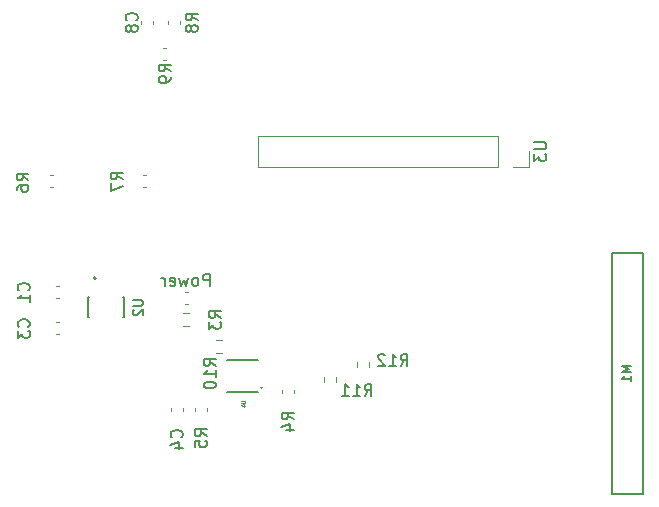
<source format=gbr>
%TF.GenerationSoftware,KiCad,Pcbnew,9.0.0*%
%TF.CreationDate,2025-11-19T13:49:17-06:00*%
%TF.ProjectId,FiltSure Prototype Three,46696c74-5375-4726-9520-50726f746f74,rev?*%
%TF.SameCoordinates,Original*%
%TF.FileFunction,Legend,Bot*%
%TF.FilePolarity,Positive*%
%FSLAX46Y46*%
G04 Gerber Fmt 4.6, Leading zero omitted, Abs format (unit mm)*
G04 Created by KiCad (PCBNEW 9.0.0) date 2025-11-19 13:49:17*
%MOMM*%
%LPD*%
G01*
G04 APERTURE LIST*
%ADD10C,0.150000*%
%ADD11C,0.080430*%
%ADD12C,0.120000*%
%ADD13C,0.127000*%
%ADD14C,0.200000*%
%ADD15C,0.203200*%
G04 APERTURE END LIST*
D10*
X128987392Y-103396419D02*
X129320725Y-102920228D01*
X129558820Y-103396419D02*
X129558820Y-102396419D01*
X129558820Y-102396419D02*
X129177868Y-102396419D01*
X129177868Y-102396419D02*
X129082630Y-102444038D01*
X129082630Y-102444038D02*
X129035011Y-102491657D01*
X129035011Y-102491657D02*
X128987392Y-102586895D01*
X128987392Y-102586895D02*
X128987392Y-102729752D01*
X128987392Y-102729752D02*
X129035011Y-102824990D01*
X129035011Y-102824990D02*
X129082630Y-102872609D01*
X129082630Y-102872609D02*
X129177868Y-102920228D01*
X129177868Y-102920228D02*
X129558820Y-102920228D01*
X128035011Y-103396419D02*
X128606439Y-103396419D01*
X128320725Y-103396419D02*
X128320725Y-102396419D01*
X128320725Y-102396419D02*
X128415963Y-102539276D01*
X128415963Y-102539276D02*
X128511201Y-102634514D01*
X128511201Y-102634514D02*
X128606439Y-102682133D01*
X127082630Y-103396419D02*
X127654058Y-103396419D01*
X127368344Y-103396419D02*
X127368344Y-102396419D01*
X127368344Y-102396419D02*
X127463582Y-102539276D01*
X127463582Y-102539276D02*
X127558820Y-102634514D01*
X127558820Y-102634514D02*
X127654058Y-102682133D01*
X132035392Y-100856419D02*
X132368725Y-100380228D01*
X132606820Y-100856419D02*
X132606820Y-99856419D01*
X132606820Y-99856419D02*
X132225868Y-99856419D01*
X132225868Y-99856419D02*
X132130630Y-99904038D01*
X132130630Y-99904038D02*
X132083011Y-99951657D01*
X132083011Y-99951657D02*
X132035392Y-100046895D01*
X132035392Y-100046895D02*
X132035392Y-100189752D01*
X132035392Y-100189752D02*
X132083011Y-100284990D01*
X132083011Y-100284990D02*
X132130630Y-100332609D01*
X132130630Y-100332609D02*
X132225868Y-100380228D01*
X132225868Y-100380228D02*
X132606820Y-100380228D01*
X131083011Y-100856419D02*
X131654439Y-100856419D01*
X131368725Y-100856419D02*
X131368725Y-99856419D01*
X131368725Y-99856419D02*
X131463963Y-99999276D01*
X131463963Y-99999276D02*
X131559201Y-100094514D01*
X131559201Y-100094514D02*
X131654439Y-100142133D01*
X130702058Y-99951657D02*
X130654439Y-99904038D01*
X130654439Y-99904038D02*
X130559201Y-99856419D01*
X130559201Y-99856419D02*
X130321106Y-99856419D01*
X130321106Y-99856419D02*
X130225868Y-99904038D01*
X130225868Y-99904038D02*
X130178249Y-99951657D01*
X130178249Y-99951657D02*
X130130630Y-100046895D01*
X130130630Y-100046895D02*
X130130630Y-100142133D01*
X130130630Y-100142133D02*
X130178249Y-100284990D01*
X130178249Y-100284990D02*
X130749677Y-100856419D01*
X130749677Y-100856419D02*
X130130630Y-100856419D01*
X112570419Y-75927933D02*
X112094228Y-75594600D01*
X112570419Y-75356505D02*
X111570419Y-75356505D01*
X111570419Y-75356505D02*
X111570419Y-75737457D01*
X111570419Y-75737457D02*
X111618038Y-75832695D01*
X111618038Y-75832695D02*
X111665657Y-75880314D01*
X111665657Y-75880314D02*
X111760895Y-75927933D01*
X111760895Y-75927933D02*
X111903752Y-75927933D01*
X111903752Y-75927933D02*
X111998990Y-75880314D01*
X111998990Y-75880314D02*
X112046609Y-75832695D01*
X112046609Y-75832695D02*
X112094228Y-75737457D01*
X112094228Y-75737457D02*
X112094228Y-75356505D01*
X112570419Y-76404124D02*
X112570419Y-76594600D01*
X112570419Y-76594600D02*
X112522800Y-76689838D01*
X112522800Y-76689838D02*
X112475180Y-76737457D01*
X112475180Y-76737457D02*
X112332323Y-76832695D01*
X112332323Y-76832695D02*
X112141847Y-76880314D01*
X112141847Y-76880314D02*
X111760895Y-76880314D01*
X111760895Y-76880314D02*
X111665657Y-76832695D01*
X111665657Y-76832695D02*
X111618038Y-76785076D01*
X111618038Y-76785076D02*
X111570419Y-76689838D01*
X111570419Y-76689838D02*
X111570419Y-76499362D01*
X111570419Y-76499362D02*
X111618038Y-76404124D01*
X111618038Y-76404124D02*
X111665657Y-76356505D01*
X111665657Y-76356505D02*
X111760895Y-76308886D01*
X111760895Y-76308886D02*
X111998990Y-76308886D01*
X111998990Y-76308886D02*
X112094228Y-76356505D01*
X112094228Y-76356505D02*
X112141847Y-76404124D01*
X112141847Y-76404124D02*
X112189466Y-76499362D01*
X112189466Y-76499362D02*
X112189466Y-76689838D01*
X112189466Y-76689838D02*
X112141847Y-76785076D01*
X112141847Y-76785076D02*
X112094228Y-76832695D01*
X112094228Y-76832695D02*
X111998990Y-76880314D01*
X114856419Y-71609933D02*
X114380228Y-71276600D01*
X114856419Y-71038505D02*
X113856419Y-71038505D01*
X113856419Y-71038505D02*
X113856419Y-71419457D01*
X113856419Y-71419457D02*
X113904038Y-71514695D01*
X113904038Y-71514695D02*
X113951657Y-71562314D01*
X113951657Y-71562314D02*
X114046895Y-71609933D01*
X114046895Y-71609933D02*
X114189752Y-71609933D01*
X114189752Y-71609933D02*
X114284990Y-71562314D01*
X114284990Y-71562314D02*
X114332609Y-71514695D01*
X114332609Y-71514695D02*
X114380228Y-71419457D01*
X114380228Y-71419457D02*
X114380228Y-71038505D01*
X114284990Y-72181362D02*
X114237371Y-72086124D01*
X114237371Y-72086124D02*
X114189752Y-72038505D01*
X114189752Y-72038505D02*
X114094514Y-71990886D01*
X114094514Y-71990886D02*
X114046895Y-71990886D01*
X114046895Y-71990886D02*
X113951657Y-72038505D01*
X113951657Y-72038505D02*
X113904038Y-72086124D01*
X113904038Y-72086124D02*
X113856419Y-72181362D01*
X113856419Y-72181362D02*
X113856419Y-72371838D01*
X113856419Y-72371838D02*
X113904038Y-72467076D01*
X113904038Y-72467076D02*
X113951657Y-72514695D01*
X113951657Y-72514695D02*
X114046895Y-72562314D01*
X114046895Y-72562314D02*
X114094514Y-72562314D01*
X114094514Y-72562314D02*
X114189752Y-72514695D01*
X114189752Y-72514695D02*
X114237371Y-72467076D01*
X114237371Y-72467076D02*
X114284990Y-72371838D01*
X114284990Y-72371838D02*
X114284990Y-72181362D01*
X114284990Y-72181362D02*
X114332609Y-72086124D01*
X114332609Y-72086124D02*
X114380228Y-72038505D01*
X114380228Y-72038505D02*
X114475466Y-71990886D01*
X114475466Y-71990886D02*
X114665942Y-71990886D01*
X114665942Y-71990886D02*
X114761180Y-72038505D01*
X114761180Y-72038505D02*
X114808800Y-72086124D01*
X114808800Y-72086124D02*
X114856419Y-72181362D01*
X114856419Y-72181362D02*
X114856419Y-72371838D01*
X114856419Y-72371838D02*
X114808800Y-72467076D01*
X114808800Y-72467076D02*
X114761180Y-72514695D01*
X114761180Y-72514695D02*
X114665942Y-72562314D01*
X114665942Y-72562314D02*
X114475466Y-72562314D01*
X114475466Y-72562314D02*
X114380228Y-72514695D01*
X114380228Y-72514695D02*
X114332609Y-72467076D01*
X114332609Y-72467076D02*
X114284990Y-72371838D01*
X109681180Y-71609933D02*
X109728800Y-71562314D01*
X109728800Y-71562314D02*
X109776419Y-71419457D01*
X109776419Y-71419457D02*
X109776419Y-71324219D01*
X109776419Y-71324219D02*
X109728800Y-71181362D01*
X109728800Y-71181362D02*
X109633561Y-71086124D01*
X109633561Y-71086124D02*
X109538323Y-71038505D01*
X109538323Y-71038505D02*
X109347847Y-70990886D01*
X109347847Y-70990886D02*
X109204990Y-70990886D01*
X109204990Y-70990886D02*
X109014514Y-71038505D01*
X109014514Y-71038505D02*
X108919276Y-71086124D01*
X108919276Y-71086124D02*
X108824038Y-71181362D01*
X108824038Y-71181362D02*
X108776419Y-71324219D01*
X108776419Y-71324219D02*
X108776419Y-71419457D01*
X108776419Y-71419457D02*
X108824038Y-71562314D01*
X108824038Y-71562314D02*
X108871657Y-71609933D01*
X109204990Y-72181362D02*
X109157371Y-72086124D01*
X109157371Y-72086124D02*
X109109752Y-72038505D01*
X109109752Y-72038505D02*
X109014514Y-71990886D01*
X109014514Y-71990886D02*
X108966895Y-71990886D01*
X108966895Y-71990886D02*
X108871657Y-72038505D01*
X108871657Y-72038505D02*
X108824038Y-72086124D01*
X108824038Y-72086124D02*
X108776419Y-72181362D01*
X108776419Y-72181362D02*
X108776419Y-72371838D01*
X108776419Y-72371838D02*
X108824038Y-72467076D01*
X108824038Y-72467076D02*
X108871657Y-72514695D01*
X108871657Y-72514695D02*
X108966895Y-72562314D01*
X108966895Y-72562314D02*
X109014514Y-72562314D01*
X109014514Y-72562314D02*
X109109752Y-72514695D01*
X109109752Y-72514695D02*
X109157371Y-72467076D01*
X109157371Y-72467076D02*
X109204990Y-72371838D01*
X109204990Y-72371838D02*
X109204990Y-72181362D01*
X109204990Y-72181362D02*
X109252609Y-72086124D01*
X109252609Y-72086124D02*
X109300228Y-72038505D01*
X109300228Y-72038505D02*
X109395466Y-71990886D01*
X109395466Y-71990886D02*
X109585942Y-71990886D01*
X109585942Y-71990886D02*
X109681180Y-72038505D01*
X109681180Y-72038505D02*
X109728800Y-72086124D01*
X109728800Y-72086124D02*
X109776419Y-72181362D01*
X109776419Y-72181362D02*
X109776419Y-72371838D01*
X109776419Y-72371838D02*
X109728800Y-72467076D01*
X109728800Y-72467076D02*
X109681180Y-72514695D01*
X109681180Y-72514695D02*
X109585942Y-72562314D01*
X109585942Y-72562314D02*
X109395466Y-72562314D01*
X109395466Y-72562314D02*
X109300228Y-72514695D01*
X109300228Y-72514695D02*
X109252609Y-72467076D01*
X109252609Y-72467076D02*
X109204990Y-72371838D01*
X100530819Y-85148133D02*
X100054628Y-84814800D01*
X100530819Y-84576705D02*
X99530819Y-84576705D01*
X99530819Y-84576705D02*
X99530819Y-84957657D01*
X99530819Y-84957657D02*
X99578438Y-85052895D01*
X99578438Y-85052895D02*
X99626057Y-85100514D01*
X99626057Y-85100514D02*
X99721295Y-85148133D01*
X99721295Y-85148133D02*
X99864152Y-85148133D01*
X99864152Y-85148133D02*
X99959390Y-85100514D01*
X99959390Y-85100514D02*
X100007009Y-85052895D01*
X100007009Y-85052895D02*
X100054628Y-84957657D01*
X100054628Y-84957657D02*
X100054628Y-84576705D01*
X99530819Y-86005276D02*
X99530819Y-85814800D01*
X99530819Y-85814800D02*
X99578438Y-85719562D01*
X99578438Y-85719562D02*
X99626057Y-85671943D01*
X99626057Y-85671943D02*
X99768914Y-85576705D01*
X99768914Y-85576705D02*
X99959390Y-85529086D01*
X99959390Y-85529086D02*
X100340342Y-85529086D01*
X100340342Y-85529086D02*
X100435580Y-85576705D01*
X100435580Y-85576705D02*
X100483200Y-85624324D01*
X100483200Y-85624324D02*
X100530819Y-85719562D01*
X100530819Y-85719562D02*
X100530819Y-85910038D01*
X100530819Y-85910038D02*
X100483200Y-86005276D01*
X100483200Y-86005276D02*
X100435580Y-86052895D01*
X100435580Y-86052895D02*
X100340342Y-86100514D01*
X100340342Y-86100514D02*
X100102247Y-86100514D01*
X100102247Y-86100514D02*
X100007009Y-86052895D01*
X100007009Y-86052895D02*
X99959390Y-86005276D01*
X99959390Y-86005276D02*
X99911771Y-85910038D01*
X99911771Y-85910038D02*
X99911771Y-85719562D01*
X99911771Y-85719562D02*
X99959390Y-85624324D01*
X99959390Y-85624324D02*
X100007009Y-85576705D01*
X100007009Y-85576705D02*
X100102247Y-85529086D01*
D11*
X118542531Y-103789479D02*
X118802971Y-103789479D01*
X118802971Y-103789479D02*
X118833611Y-103804799D01*
X118833611Y-103804799D02*
X118848932Y-103820119D01*
X118848932Y-103820119D02*
X118864252Y-103850759D01*
X118864252Y-103850759D02*
X118864252Y-103912039D01*
X118864252Y-103912039D02*
X118848932Y-103942679D01*
X118848932Y-103942679D02*
X118833611Y-103957999D01*
X118833611Y-103957999D02*
X118802971Y-103973319D01*
X118802971Y-103973319D02*
X118542531Y-103973319D01*
X118649771Y-104264400D02*
X118864252Y-104264400D01*
X118527211Y-104187800D02*
X118757011Y-104111200D01*
X118757011Y-104111200D02*
X118757011Y-104310360D01*
D10*
X122984419Y-105391933D02*
X122508228Y-105058600D01*
X122984419Y-104820505D02*
X121984419Y-104820505D01*
X121984419Y-104820505D02*
X121984419Y-105201457D01*
X121984419Y-105201457D02*
X122032038Y-105296695D01*
X122032038Y-105296695D02*
X122079657Y-105344314D01*
X122079657Y-105344314D02*
X122174895Y-105391933D01*
X122174895Y-105391933D02*
X122317752Y-105391933D01*
X122317752Y-105391933D02*
X122412990Y-105344314D01*
X122412990Y-105344314D02*
X122460609Y-105296695D01*
X122460609Y-105296695D02*
X122508228Y-105201457D01*
X122508228Y-105201457D02*
X122508228Y-104820505D01*
X122317752Y-106249076D02*
X122984419Y-106249076D01*
X121936800Y-106010981D02*
X122651085Y-105772886D01*
X122651085Y-105772886D02*
X122651085Y-106391933D01*
X115618419Y-106800753D02*
X115142228Y-106467420D01*
X115618419Y-106229325D02*
X114618419Y-106229325D01*
X114618419Y-106229325D02*
X114618419Y-106610277D01*
X114618419Y-106610277D02*
X114666038Y-106705515D01*
X114666038Y-106705515D02*
X114713657Y-106753134D01*
X114713657Y-106753134D02*
X114808895Y-106800753D01*
X114808895Y-106800753D02*
X114951752Y-106800753D01*
X114951752Y-106800753D02*
X115046990Y-106753134D01*
X115046990Y-106753134D02*
X115094609Y-106705515D01*
X115094609Y-106705515D02*
X115142228Y-106610277D01*
X115142228Y-106610277D02*
X115142228Y-106229325D01*
X114618419Y-107705515D02*
X114618419Y-107229325D01*
X114618419Y-107229325D02*
X115094609Y-107181706D01*
X115094609Y-107181706D02*
X115046990Y-107229325D01*
X115046990Y-107229325D02*
X114999371Y-107324563D01*
X114999371Y-107324563D02*
X114999371Y-107562658D01*
X114999371Y-107562658D02*
X115046990Y-107657896D01*
X115046990Y-107657896D02*
X115094609Y-107705515D01*
X115094609Y-107705515D02*
X115189847Y-107753134D01*
X115189847Y-107753134D02*
X115427942Y-107753134D01*
X115427942Y-107753134D02*
X115523180Y-107705515D01*
X115523180Y-107705515D02*
X115570800Y-107657896D01*
X115570800Y-107657896D02*
X115618419Y-107562658D01*
X115618419Y-107562658D02*
X115618419Y-107324563D01*
X115618419Y-107324563D02*
X115570800Y-107229325D01*
X115570800Y-107229325D02*
X115523180Y-107181706D01*
X113491180Y-106915933D02*
X113538800Y-106868314D01*
X113538800Y-106868314D02*
X113586419Y-106725457D01*
X113586419Y-106725457D02*
X113586419Y-106630219D01*
X113586419Y-106630219D02*
X113538800Y-106487362D01*
X113538800Y-106487362D02*
X113443561Y-106392124D01*
X113443561Y-106392124D02*
X113348323Y-106344505D01*
X113348323Y-106344505D02*
X113157847Y-106296886D01*
X113157847Y-106296886D02*
X113014990Y-106296886D01*
X113014990Y-106296886D02*
X112824514Y-106344505D01*
X112824514Y-106344505D02*
X112729276Y-106392124D01*
X112729276Y-106392124D02*
X112634038Y-106487362D01*
X112634038Y-106487362D02*
X112586419Y-106630219D01*
X112586419Y-106630219D02*
X112586419Y-106725457D01*
X112586419Y-106725457D02*
X112634038Y-106868314D01*
X112634038Y-106868314D02*
X112681657Y-106915933D01*
X112919752Y-107773076D02*
X113586419Y-107773076D01*
X112538800Y-107534981D02*
X113253085Y-107296886D01*
X113253085Y-107296886D02*
X113253085Y-107915933D01*
X115869790Y-94075419D02*
X115869790Y-93075419D01*
X115869790Y-93075419D02*
X115488838Y-93075419D01*
X115488838Y-93075419D02*
X115393600Y-93123038D01*
X115393600Y-93123038D02*
X115345981Y-93170657D01*
X115345981Y-93170657D02*
X115298362Y-93265895D01*
X115298362Y-93265895D02*
X115298362Y-93408752D01*
X115298362Y-93408752D02*
X115345981Y-93503990D01*
X115345981Y-93503990D02*
X115393600Y-93551609D01*
X115393600Y-93551609D02*
X115488838Y-93599228D01*
X115488838Y-93599228D02*
X115869790Y-93599228D01*
X114726933Y-94075419D02*
X114822171Y-94027800D01*
X114822171Y-94027800D02*
X114869790Y-93980180D01*
X114869790Y-93980180D02*
X114917409Y-93884942D01*
X114917409Y-93884942D02*
X114917409Y-93599228D01*
X114917409Y-93599228D02*
X114869790Y-93503990D01*
X114869790Y-93503990D02*
X114822171Y-93456371D01*
X114822171Y-93456371D02*
X114726933Y-93408752D01*
X114726933Y-93408752D02*
X114584076Y-93408752D01*
X114584076Y-93408752D02*
X114488838Y-93456371D01*
X114488838Y-93456371D02*
X114441219Y-93503990D01*
X114441219Y-93503990D02*
X114393600Y-93599228D01*
X114393600Y-93599228D02*
X114393600Y-93884942D01*
X114393600Y-93884942D02*
X114441219Y-93980180D01*
X114441219Y-93980180D02*
X114488838Y-94027800D01*
X114488838Y-94027800D02*
X114584076Y-94075419D01*
X114584076Y-94075419D02*
X114726933Y-94075419D01*
X114060266Y-93408752D02*
X113869790Y-94075419D01*
X113869790Y-94075419D02*
X113679314Y-93599228D01*
X113679314Y-93599228D02*
X113488838Y-94075419D01*
X113488838Y-94075419D02*
X113298362Y-93408752D01*
X112536457Y-94027800D02*
X112631695Y-94075419D01*
X112631695Y-94075419D02*
X112822171Y-94075419D01*
X112822171Y-94075419D02*
X112917409Y-94027800D01*
X112917409Y-94027800D02*
X112965028Y-93932561D01*
X112965028Y-93932561D02*
X112965028Y-93551609D01*
X112965028Y-93551609D02*
X112917409Y-93456371D01*
X112917409Y-93456371D02*
X112822171Y-93408752D01*
X112822171Y-93408752D02*
X112631695Y-93408752D01*
X112631695Y-93408752D02*
X112536457Y-93456371D01*
X112536457Y-93456371D02*
X112488838Y-93551609D01*
X112488838Y-93551609D02*
X112488838Y-93646847D01*
X112488838Y-93646847D02*
X112965028Y-93742085D01*
X112060266Y-94075419D02*
X112060266Y-93408752D01*
X112060266Y-93599228D02*
X112012647Y-93503990D01*
X112012647Y-93503990D02*
X111965028Y-93456371D01*
X111965028Y-93456371D02*
X111869790Y-93408752D01*
X111869790Y-93408752D02*
X111774552Y-93408752D01*
X116812219Y-96771733D02*
X116336028Y-96438400D01*
X116812219Y-96200305D02*
X115812219Y-96200305D01*
X115812219Y-96200305D02*
X115812219Y-96581257D01*
X115812219Y-96581257D02*
X115859838Y-96676495D01*
X115859838Y-96676495D02*
X115907457Y-96724114D01*
X115907457Y-96724114D02*
X116002695Y-96771733D01*
X116002695Y-96771733D02*
X116145552Y-96771733D01*
X116145552Y-96771733D02*
X116240790Y-96724114D01*
X116240790Y-96724114D02*
X116288409Y-96676495D01*
X116288409Y-96676495D02*
X116336028Y-96581257D01*
X116336028Y-96581257D02*
X116336028Y-96200305D01*
X115812219Y-97105067D02*
X115812219Y-97724114D01*
X115812219Y-97724114D02*
X116193171Y-97390781D01*
X116193171Y-97390781D02*
X116193171Y-97533638D01*
X116193171Y-97533638D02*
X116240790Y-97628876D01*
X116240790Y-97628876D02*
X116288409Y-97676495D01*
X116288409Y-97676495D02*
X116383647Y-97724114D01*
X116383647Y-97724114D02*
X116621742Y-97724114D01*
X116621742Y-97724114D02*
X116716980Y-97676495D01*
X116716980Y-97676495D02*
X116764600Y-97628876D01*
X116764600Y-97628876D02*
X116812219Y-97533638D01*
X116812219Y-97533638D02*
X116812219Y-97247924D01*
X116812219Y-97247924D02*
X116764600Y-97152686D01*
X116764600Y-97152686D02*
X116716980Y-97105067D01*
X100537180Y-97543333D02*
X100584800Y-97495714D01*
X100584800Y-97495714D02*
X100632419Y-97352857D01*
X100632419Y-97352857D02*
X100632419Y-97257619D01*
X100632419Y-97257619D02*
X100584800Y-97114762D01*
X100584800Y-97114762D02*
X100489561Y-97019524D01*
X100489561Y-97019524D02*
X100394323Y-96971905D01*
X100394323Y-96971905D02*
X100203847Y-96924286D01*
X100203847Y-96924286D02*
X100060990Y-96924286D01*
X100060990Y-96924286D02*
X99870514Y-96971905D01*
X99870514Y-96971905D02*
X99775276Y-97019524D01*
X99775276Y-97019524D02*
X99680038Y-97114762D01*
X99680038Y-97114762D02*
X99632419Y-97257619D01*
X99632419Y-97257619D02*
X99632419Y-97352857D01*
X99632419Y-97352857D02*
X99680038Y-97495714D01*
X99680038Y-97495714D02*
X99727657Y-97543333D01*
X99632419Y-97876667D02*
X99632419Y-98495714D01*
X99632419Y-98495714D02*
X100013371Y-98162381D01*
X100013371Y-98162381D02*
X100013371Y-98305238D01*
X100013371Y-98305238D02*
X100060990Y-98400476D01*
X100060990Y-98400476D02*
X100108609Y-98448095D01*
X100108609Y-98448095D02*
X100203847Y-98495714D01*
X100203847Y-98495714D02*
X100441942Y-98495714D01*
X100441942Y-98495714D02*
X100537180Y-98448095D01*
X100537180Y-98448095D02*
X100584800Y-98400476D01*
X100584800Y-98400476D02*
X100632419Y-98305238D01*
X100632419Y-98305238D02*
X100632419Y-98019524D01*
X100632419Y-98019524D02*
X100584800Y-97924286D01*
X100584800Y-97924286D02*
X100537180Y-97876667D01*
X143364419Y-81936695D02*
X144173942Y-81936695D01*
X144173942Y-81936695D02*
X144269180Y-81984314D01*
X144269180Y-81984314D02*
X144316800Y-82031933D01*
X144316800Y-82031933D02*
X144364419Y-82127171D01*
X144364419Y-82127171D02*
X144364419Y-82317647D01*
X144364419Y-82317647D02*
X144316800Y-82412885D01*
X144316800Y-82412885D02*
X144269180Y-82460504D01*
X144269180Y-82460504D02*
X144173942Y-82508123D01*
X144173942Y-82508123D02*
X143364419Y-82508123D01*
X143364419Y-82889076D02*
X143364419Y-83508123D01*
X143364419Y-83508123D02*
X143745371Y-83174790D01*
X143745371Y-83174790D02*
X143745371Y-83317647D01*
X143745371Y-83317647D02*
X143792990Y-83412885D01*
X143792990Y-83412885D02*
X143840609Y-83460504D01*
X143840609Y-83460504D02*
X143935847Y-83508123D01*
X143935847Y-83508123D02*
X144173942Y-83508123D01*
X144173942Y-83508123D02*
X144269180Y-83460504D01*
X144269180Y-83460504D02*
X144316800Y-83412885D01*
X144316800Y-83412885D02*
X144364419Y-83317647D01*
X144364419Y-83317647D02*
X144364419Y-83031933D01*
X144364419Y-83031933D02*
X144316800Y-82936695D01*
X144316800Y-82936695D02*
X144269180Y-82889076D01*
X151588067Y-100857179D02*
X150800665Y-100857179D01*
X150800665Y-100857179D02*
X151363095Y-101119647D01*
X151363095Y-101119647D02*
X150800665Y-101382114D01*
X150800665Y-101382114D02*
X151588067Y-101382114D01*
X151588067Y-102169516D02*
X151588067Y-101719572D01*
X151588067Y-101944544D02*
X150800665Y-101944544D01*
X150800665Y-101944544D02*
X150913151Y-101869553D01*
X150913151Y-101869553D02*
X150988142Y-101794563D01*
X150988142Y-101794563D02*
X151025637Y-101719572D01*
X108506419Y-85071933D02*
X108030228Y-84738600D01*
X108506419Y-84500505D02*
X107506419Y-84500505D01*
X107506419Y-84500505D02*
X107506419Y-84881457D01*
X107506419Y-84881457D02*
X107554038Y-84976695D01*
X107554038Y-84976695D02*
X107601657Y-85024314D01*
X107601657Y-85024314D02*
X107696895Y-85071933D01*
X107696895Y-85071933D02*
X107839752Y-85071933D01*
X107839752Y-85071933D02*
X107934990Y-85024314D01*
X107934990Y-85024314D02*
X107982609Y-84976695D01*
X107982609Y-84976695D02*
X108030228Y-84881457D01*
X108030228Y-84881457D02*
X108030228Y-84500505D01*
X107506419Y-85405267D02*
X107506419Y-86071933D01*
X107506419Y-86071933D02*
X108506419Y-85643362D01*
X116380419Y-100851742D02*
X115904228Y-100518409D01*
X116380419Y-100280314D02*
X115380419Y-100280314D01*
X115380419Y-100280314D02*
X115380419Y-100661266D01*
X115380419Y-100661266D02*
X115428038Y-100756504D01*
X115428038Y-100756504D02*
X115475657Y-100804123D01*
X115475657Y-100804123D02*
X115570895Y-100851742D01*
X115570895Y-100851742D02*
X115713752Y-100851742D01*
X115713752Y-100851742D02*
X115808990Y-100804123D01*
X115808990Y-100804123D02*
X115856609Y-100756504D01*
X115856609Y-100756504D02*
X115904228Y-100661266D01*
X115904228Y-100661266D02*
X115904228Y-100280314D01*
X116380419Y-101804123D02*
X116380419Y-101232695D01*
X116380419Y-101518409D02*
X115380419Y-101518409D01*
X115380419Y-101518409D02*
X115523276Y-101423171D01*
X115523276Y-101423171D02*
X115618514Y-101327933D01*
X115618514Y-101327933D02*
X115666133Y-101232695D01*
X115380419Y-102423171D02*
X115380419Y-102518409D01*
X115380419Y-102518409D02*
X115428038Y-102613647D01*
X115428038Y-102613647D02*
X115475657Y-102661266D01*
X115475657Y-102661266D02*
X115570895Y-102708885D01*
X115570895Y-102708885D02*
X115761371Y-102756504D01*
X115761371Y-102756504D02*
X115999466Y-102756504D01*
X115999466Y-102756504D02*
X116189942Y-102708885D01*
X116189942Y-102708885D02*
X116285180Y-102661266D01*
X116285180Y-102661266D02*
X116332800Y-102613647D01*
X116332800Y-102613647D02*
X116380419Y-102518409D01*
X116380419Y-102518409D02*
X116380419Y-102423171D01*
X116380419Y-102423171D02*
X116332800Y-102327933D01*
X116332800Y-102327933D02*
X116285180Y-102280314D01*
X116285180Y-102280314D02*
X116189942Y-102232695D01*
X116189942Y-102232695D02*
X115999466Y-102185076D01*
X115999466Y-102185076D02*
X115761371Y-102185076D01*
X115761371Y-102185076D02*
X115570895Y-102232695D01*
X115570895Y-102232695D02*
X115475657Y-102280314D01*
X115475657Y-102280314D02*
X115428038Y-102327933D01*
X115428038Y-102327933D02*
X115380419Y-102423171D01*
X109390482Y-95295072D02*
X110040230Y-95295072D01*
X110040230Y-95295072D02*
X110116671Y-95333292D01*
X110116671Y-95333292D02*
X110154892Y-95371513D01*
X110154892Y-95371513D02*
X110193112Y-95447954D01*
X110193112Y-95447954D02*
X110193112Y-95600836D01*
X110193112Y-95600836D02*
X110154892Y-95677277D01*
X110154892Y-95677277D02*
X110116671Y-95715497D01*
X110116671Y-95715497D02*
X110040230Y-95753718D01*
X110040230Y-95753718D02*
X109390482Y-95753718D01*
X109466923Y-96097701D02*
X109428702Y-96135922D01*
X109428702Y-96135922D02*
X109390482Y-96212363D01*
X109390482Y-96212363D02*
X109390482Y-96403465D01*
X109390482Y-96403465D02*
X109428702Y-96479906D01*
X109428702Y-96479906D02*
X109466923Y-96518127D01*
X109466923Y-96518127D02*
X109543364Y-96556347D01*
X109543364Y-96556347D02*
X109619805Y-96556347D01*
X109619805Y-96556347D02*
X109734466Y-96518127D01*
X109734466Y-96518127D02*
X110193112Y-96059481D01*
X110193112Y-96059481D02*
X110193112Y-96556347D01*
X100537180Y-94469933D02*
X100584800Y-94422314D01*
X100584800Y-94422314D02*
X100632419Y-94279457D01*
X100632419Y-94279457D02*
X100632419Y-94184219D01*
X100632419Y-94184219D02*
X100584800Y-94041362D01*
X100584800Y-94041362D02*
X100489561Y-93946124D01*
X100489561Y-93946124D02*
X100394323Y-93898505D01*
X100394323Y-93898505D02*
X100203847Y-93850886D01*
X100203847Y-93850886D02*
X100060990Y-93850886D01*
X100060990Y-93850886D02*
X99870514Y-93898505D01*
X99870514Y-93898505D02*
X99775276Y-93946124D01*
X99775276Y-93946124D02*
X99680038Y-94041362D01*
X99680038Y-94041362D02*
X99632419Y-94184219D01*
X99632419Y-94184219D02*
X99632419Y-94279457D01*
X99632419Y-94279457D02*
X99680038Y-94422314D01*
X99680038Y-94422314D02*
X99727657Y-94469933D01*
X100632419Y-95422314D02*
X100632419Y-94850886D01*
X100632419Y-95136600D02*
X99632419Y-95136600D01*
X99632419Y-95136600D02*
X99775276Y-95041362D01*
X99775276Y-95041362D02*
X99870514Y-94946124D01*
X99870514Y-94946124D02*
X99918133Y-94850886D01*
D12*
%TO.C,R9*%
X112209180Y-74928200D02*
X111928020Y-74928200D01*
X112209180Y-73908200D02*
X111928020Y-73908200D01*
%TO.C,R8*%
X113387600Y-71636020D02*
X113387600Y-71917180D01*
X112367600Y-71636020D02*
X112367600Y-71917180D01*
%TO.C,C8*%
X111101600Y-71636020D02*
X111101600Y-71917180D01*
X110081600Y-71636020D02*
X110081600Y-71917180D01*
%TO.C,R6*%
X102323020Y-84728600D02*
X102604180Y-84728600D01*
X102323020Y-85748600D02*
X102604180Y-85748600D01*
D13*
%TO.C,U4*%
X117373600Y-100322600D02*
X119973600Y-100322600D01*
X117373600Y-103092600D02*
X119973600Y-103092600D01*
D14*
X120323600Y-102707600D02*
G75*
G02*
X120223600Y-102707600I-50000J0D01*
G01*
X120223600Y-102707600D02*
G75*
G02*
X120323600Y-102707600I50000J0D01*
G01*
D12*
%TO.C,R4*%
X122019600Y-103159180D02*
X122019600Y-102878020D01*
X123039600Y-103159180D02*
X123039600Y-102878020D01*
%TO.C,R12*%
X128357100Y-100969858D02*
X128357100Y-100495342D01*
X129402100Y-100969858D02*
X129402100Y-100495342D01*
%TO.C,R5*%
X114653600Y-104402020D02*
X114653600Y-104683180D01*
X115673600Y-104402020D02*
X115673600Y-104683180D01*
%TO.C,C4*%
X112621600Y-104402020D02*
X112621600Y-104683180D01*
X113641600Y-104402020D02*
X113641600Y-104683180D01*
%TO.C,Power*%
X113753020Y-94634600D02*
X114034180Y-94634600D01*
X113753020Y-95654600D02*
X114034180Y-95654600D01*
%TO.C,R3*%
X113656342Y-96400100D02*
X114130858Y-96400100D01*
X113656342Y-97445100D02*
X114130858Y-97445100D01*
%TO.C,C3*%
X103112180Y-97174600D02*
X102831020Y-97174600D01*
X103112180Y-98194600D02*
X102831020Y-98194600D01*
%TO.C,R11*%
X125563100Y-102239858D02*
X125563100Y-101765342D01*
X126608100Y-102239858D02*
X126608100Y-101765342D01*
%TO.C,U3*%
X119929600Y-84028600D02*
X119929600Y-81368600D01*
X140309600Y-81368600D02*
X119929600Y-81368600D01*
X140309600Y-84028600D02*
X119929600Y-84028600D01*
X140309600Y-84028600D02*
X140309600Y-81368600D01*
X141579600Y-84028600D02*
X142909600Y-84028600D01*
X142909600Y-84028600D02*
X142909600Y-82698600D01*
D15*
%TO.C,M1*%
X149936200Y-91309200D02*
X149936200Y-111680000D01*
X149936200Y-111680000D02*
X152527000Y-111680000D01*
X152527000Y-91309200D02*
X149936200Y-91309200D01*
X152527000Y-111680000D02*
X152527000Y-91309200D01*
D12*
%TO.C,R7*%
X110197020Y-84728600D02*
X110478180Y-84728600D01*
X110197020Y-85748600D02*
X110478180Y-85748600D01*
%TO.C,R10*%
X116450342Y-98686100D02*
X116924858Y-98686100D01*
X116450342Y-99731100D02*
X116924858Y-99731100D01*
D13*
%TO.C,U2*%
X105551600Y-95056600D02*
X105651600Y-95056600D01*
X105551600Y-96756600D02*
X105551600Y-95056600D01*
X105551600Y-96756600D02*
X105651600Y-96756600D01*
X108651600Y-95056600D02*
X108551600Y-95056600D01*
X108651600Y-96756600D02*
X108551600Y-96756600D01*
X108651600Y-96756600D02*
X108651600Y-95056600D01*
D14*
X106251600Y-93437600D02*
G75*
G02*
X106051600Y-93437600I-100000J0D01*
G01*
X106051600Y-93437600D02*
G75*
G02*
X106251600Y-93437600I100000J0D01*
G01*
D12*
%TO.C,C1*%
X103112180Y-94126600D02*
X102831020Y-94126600D01*
X103112180Y-95146600D02*
X102831020Y-95146600D01*
%TD*%
M02*

</source>
